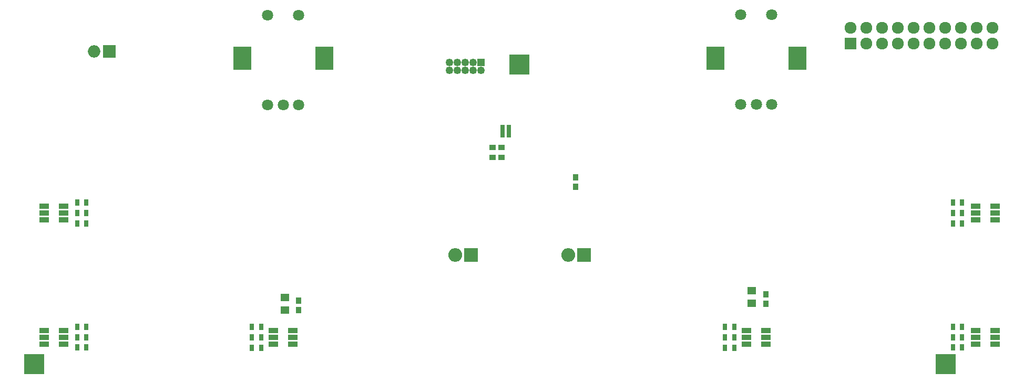
<source format=gbr>
G04 #@! TF.FileFunction,Soldermask,Bot*
%FSLAX46Y46*%
G04 Gerber Fmt 4.6, Leading zero omitted, Abs format (unit mm)*
G04 Created by KiCad (PCBNEW no-vcs-found-product) date Fri 08 Jan 2016 06:00:49 PM BRST*
%MOMM*%
G01*
G04 APERTURE LIST*
%ADD10C,0.100000*%
%ADD11R,0.950000X1.000000*%
%ADD12R,1.450000X1.200000*%
%ADD13R,1.000000X0.950000*%
%ADD14R,1.500000X0.900000*%
%ADD15C,1.800000*%
%ADD16R,3.000000X3.800000*%
%ADD17R,1.250000X1.250000*%
%ADD18C,1.250000*%
%ADD19R,0.700000X1.100000*%
%ADD20R,2.232000X2.232000*%
%ADD21O,2.232000X2.232000*%
%ADD22R,1.927200X1.927200*%
%ADD23O,1.927200X1.927200*%
%ADD24R,0.700000X0.520000*%
%ADD25C,1.200000*%
%ADD26R,3.200000X3.200000*%
%ADD27O,2.000000X2.000000*%
%ADD28R,2.000000X2.000000*%
G04 APERTURE END LIST*
D10*
D11*
X121125700Y-43780000D03*
X121125700Y-45280000D03*
D12*
X118903200Y-43212500D03*
X118903200Y-45212500D03*
D11*
X45878200Y-44796000D03*
X45878200Y-46296000D03*
D12*
X43655700Y-44292000D03*
X43655700Y-46292000D03*
D11*
X90488100Y-26386400D03*
X90488100Y-24886400D03*
D13*
X77101600Y-20048400D03*
X78601600Y-20048400D03*
X77101600Y-21699400D03*
X78601600Y-21699400D03*
D14*
X118046500Y-51806200D03*
X118046500Y-50706200D03*
X118046500Y-49606200D03*
X121146500Y-49606200D03*
X121146500Y-50706200D03*
X121146500Y-51806200D03*
X158040000Y-29540200D03*
X158040000Y-30640200D03*
X158040000Y-31740200D03*
X154940000Y-31740200D03*
X154940000Y-30640200D03*
X154940000Y-29540200D03*
X41833800Y-51806200D03*
X41833800Y-50706200D03*
X41833800Y-49606200D03*
X44933800Y-49606200D03*
X44933800Y-50706200D03*
X44933800Y-51806200D03*
X158040000Y-49593500D03*
X158040000Y-50693500D03*
X158040000Y-51793500D03*
X154940000Y-51793500D03*
X154940000Y-50693500D03*
X154940000Y-49593500D03*
X8053000Y-29540200D03*
X8053000Y-30640200D03*
X8053000Y-31740200D03*
X4953000Y-31740200D03*
X4953000Y-30640200D03*
X4953000Y-29540200D03*
X8040300Y-49593500D03*
X8040300Y-50693500D03*
X8040300Y-51793500D03*
X4940300Y-51793500D03*
X4940300Y-50693500D03*
X4940300Y-49593500D03*
D15*
X117123800Y-13165000D03*
X117123800Y1335000D03*
X122123800Y-13165000D03*
X122123800Y1335000D03*
X119623800Y-13165000D03*
D16*
X113023800Y-5665000D03*
X126223800Y-5665000D03*
D15*
X40898400Y-13215800D03*
X40898400Y1284200D03*
X45898400Y-13215800D03*
X45898400Y1284200D03*
X43398400Y-13215800D03*
D16*
X36798400Y-5715800D03*
X49998400Y-5715800D03*
D17*
X75248100Y-6395900D03*
D18*
X73978100Y-6395900D03*
X72708100Y-6395900D03*
X71438100Y-6395900D03*
X70168100Y-6395900D03*
X73978100Y-7665900D03*
X72708100Y-7665900D03*
X71438100Y-7665900D03*
X70168100Y-7665900D03*
X75248100Y-7665900D03*
D19*
X116092000Y-52408000D03*
X114592000Y-52408000D03*
X152782300Y-32316600D03*
X151282300Y-32316600D03*
X116092000Y-50706200D03*
X114592000Y-50706200D03*
X152782300Y-30640200D03*
X151282300Y-30640200D03*
X116092000Y-49029800D03*
X114592000Y-49029800D03*
X152782300Y-28963800D03*
X151282300Y-28963800D03*
X39866600Y-52408000D03*
X38366600Y-52408000D03*
X152782300Y-52357200D03*
X151282300Y-52357200D03*
X39866600Y-50706200D03*
X38366600Y-50706200D03*
X152782300Y-50680800D03*
X151282300Y-50680800D03*
X39866600Y-49004400D03*
X38366600Y-49004400D03*
X152782300Y-49004400D03*
X151282300Y-49004400D03*
X10210700Y-28963800D03*
X11710700Y-28963800D03*
X10210700Y-30640200D03*
X11710700Y-30640200D03*
X10210700Y-32316600D03*
X11710700Y-32316600D03*
X10210700Y-49004400D03*
X11710700Y-49004400D03*
X10210700Y-50680800D03*
X11710700Y-50680800D03*
X10210700Y-52357200D03*
X11710700Y-52357200D03*
D20*
X91827100Y-37447400D03*
D21*
X89287100Y-37447400D03*
D20*
X73666100Y-37447400D03*
D21*
X71126100Y-37447400D03*
D22*
X134816600Y-3284400D03*
D23*
X134816600Y-744400D03*
X137356600Y-3284400D03*
X137356600Y-744400D03*
X139896600Y-3284400D03*
X139896600Y-744400D03*
X142436600Y-3284400D03*
X142436600Y-744400D03*
X144976600Y-3284400D03*
X144976600Y-744400D03*
X147516600Y-3284400D03*
X147516600Y-744400D03*
X150056600Y-3284400D03*
X150056600Y-744400D03*
X152596600Y-3284400D03*
X152596600Y-744400D03*
X155136600Y-3284400D03*
X155136600Y-744400D03*
X157676600Y-3284400D03*
X157676600Y-744400D03*
D24*
X79736600Y-16694900D03*
X79736600Y-17694900D03*
X79736600Y-17194900D03*
X79736600Y-18194900D03*
X78736600Y-17194900D03*
X78736600Y-16694900D03*
X78736600Y-17694900D03*
X78736600Y-18194900D03*
D25*
X3327400Y-55016400D03*
D26*
X3327400Y-55016400D03*
D25*
X81483200Y-6731000D03*
D26*
X81483200Y-6731000D03*
D25*
X150114000Y-55016400D03*
D26*
X150114000Y-55016400D03*
D27*
X12945740Y-4572000D03*
D28*
X15445740Y-4572000D03*
M02*

</source>
